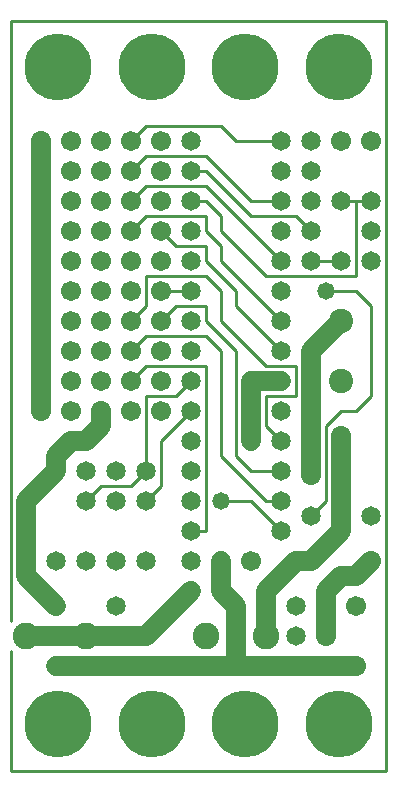
<source format=gbl>
%MOIN*%
%FSLAX25Y25*%
G04 D10 used for Character Trace; *
G04     Circle (OD=.01000) (No hole)*
G04 D11 used for Power Trace; *
G04     Circle (OD=.06700) (No hole)*
G04 D12 used for Signal Trace; *
G04     Circle (OD=.01100) (No hole)*
G04 D13 used for Via; *
G04     Circle (OD=.05800) (Round. Hole ID=.02800)*
G04 D14 used for Component hole; *
G04     Circle (OD=.06500) (Round. Hole ID=.03500)*
G04 D15 used for Component hole; *
G04     Circle (OD=.06700) (Round. Hole ID=.04300)*
G04 D16 used for Component hole; *
G04     Circle (OD=.08100) (Round. Hole ID=.05100)*
G04 D17 used for Component hole; *
G04     Circle (OD=.08900) (Round. Hole ID=.05900)*
G04 D18 used for Component hole; *
G04     Circle (OD=.11300) (Round. Hole ID=.08300)*
G04 D19 used for Component hole; *
G04     Circle (OD=.16000) (Round. Hole ID=.13000)*
G04 D20 used for Component hole; *
G04     Circle (OD=.18300) (Round. Hole ID=.15300)*
G04 D21 used for Component hole; *
G04     Circle (OD=.22291) (Round. Hole ID=.19291)*
%ADD10C,.01000*%
%ADD11C,.06700*%
%ADD12C,.01100*%
%ADD13C,.05800*%
%ADD14C,.06500*%
%ADD15C,.06700*%
%ADD16C,.08100*%
%ADD17C,.08900*%
%ADD18C,.11300*%
%ADD19C,.16000*%
%ADD20C,.18300*%
%ADD21C,.22291*%
%IPPOS*%
%LPD*%
G90*X0Y0D02*D21*X15625Y15625D03*D14*              
X35000Y35000D03*D11*X15000D01*D13*D03*D17*        
X25000Y45000D03*D11*X5000D01*D17*D03*D12*         
X0Y50000D02*Y250000D01*X125000D01*Y0D01*X0D01*    
Y40000D01*D13*X15000Y55000D03*D11*X5000Y65000D01* 
Y90000D01*X15000Y100000D01*D14*D03*D11*Y105000D01*
X20000Y110000D01*X25000D01*X30000Y115000D01*      
Y120000D01*D15*D03*X40000Y130000D03*D12*          
X45000Y135000D01*X65000D01*Y80000D01*X60000D01*   
D14*D03*X70000Y70000D03*D11*Y60000D01*            
X75000Y55000D01*Y35000D01*X35000D01*              
X25000Y45000D02*X45000D01*D14*X35000Y55000D03*D11*
X45000Y45000D02*X60000Y60000D01*D13*D03*D14*      
Y70000D03*X45000D03*D17*X65000Y45000D03*D15*      
X80000Y70000D03*D17*X85000Y45000D03*D11*Y60000D01*
X95000Y70000D01*X100000D01*X110000Y80000D01*      
Y98500D01*D15*D03*D11*Y111500D01*D15*D03*D12*     
X105000Y90000D02*Y115000D01*X100000Y85000D02*     
X105000Y90000D01*D14*X100000Y85000D03*            
X90000Y90000D03*D12*X85000D01*X70000Y105000D01*   
Y140000D01*X65000Y145000D01*X45000D01*            
X40000Y140000D01*D15*D03*X50000Y130000D03*        
Y150000D03*D12*X55000Y155000D01*X65000D01*        
Y150000D01*X75000Y140000D01*Y105000D01*           
X80000Y100000D01*X90000D01*D14*D03*D15*           
X100000Y111500D03*D11*Y98550D01*D15*D03*D14*      
X90000Y110000D03*D12*X85000Y115000D01*Y125000D01* 
X95000D01*Y135000D01*X85000D01*X70000Y150000D01*  
Y160000D01*X65000Y165000D01*X45000D01*Y155000D01* 
X40000Y150000D01*D15*D03*X50000Y140000D03*        
Y160000D03*D12*X60000D01*D14*D03*D12*             
X90000Y150000D02*X70000Y170000D01*D14*            
X90000Y150000D03*D11*X100000Y111500D02*Y140000D01*
D12*X105000Y115000D02*X110000Y120000D01*          
X115000D01*X120000Y125000D01*Y155000D01*          
X115000Y160000D01*X105000D01*D13*D03*D14*         
X110000Y170000D03*D12*X100000D01*D14*D03*         
X90000Y180000D03*Y160000D03*X100000Y180000D03*D12*
X95000Y185000D01*X80000D01*X65000Y200000D01*      
X60000D01*D14*D03*D12*X90000Y170000D02*           
X65000Y195000D01*D14*X90000Y170000D03*D12*        
X85000Y165000D02*X115000D01*Y190000D01*X110000D01*
D14*D03*D12*X115000D02*X120000D01*D14*D03*        
Y180000D03*X100000Y210000D03*Y200000D03*D15*      
X120000Y210000D03*D14*X100000Y190000D03*          
X120000Y170000D03*D15*X110000Y210000D03*D14*      
X90000D03*D12*X75000D01*X70000Y215000D01*         
X45000D01*X40000Y210000D01*D15*D03*D12*Y200000D02*
X45000Y205000D01*D15*X40000Y200000D03*D12*        
Y190000D02*X45000Y195000D01*D15*X40000Y190000D03* 
D12*Y180000D02*X45000Y185000D01*D15*              
X40000Y180000D03*D12*X45000Y185000D02*X65000D01*  
Y180000D01*X70000Y175000D01*Y170000D01*X65000D02* 
Y175000D01*X75000Y160000D02*X65000Y170000D01*     
X75000Y155000D02*Y160000D01*X90000Y140000D02*     
X75000Y155000D01*D14*X90000Y140000D03*D11*        
X80000Y110000D02*Y130000D01*D13*Y110000D03*D14*   
X90000Y120000D03*X60000Y130000D03*D12*            
X55000Y125000D01*X45000D01*Y100000D01*D14*D03*D12*
X40000Y95000D01*X30000D01*X25000Y90000D01*D14*D03*
X35000Y100000D03*Y90000D03*X25000Y100000D03*      
X15000Y70000D03*X45000Y90000D03*D12*              
X50000Y95000D01*Y110000D01*X60000Y120000D01*D14*  
D03*D15*X50000D03*D14*X60000Y110000D03*Y140000D03*
D15*X40000Y120000D03*D14*X60000Y100000D03*D11*    
X80000Y130000D02*X90000D01*D14*D03*D11*           
X100000Y140000D02*X110000Y150000D01*D16*D03*      
Y130000D03*D12*X85000Y165000D02*X70000Y180000D01* 
Y185000D01*X65000Y190000D01*X60000D01*D14*D03*D12*
X45000Y195000D02*X65000D01*D15*X50000Y190000D03*  
Y200000D03*D12*X45000Y205000D02*X65000D01*        
X80000Y190000D01*X90000D01*D14*D03*Y200000D03*D12*
X55000Y175000D02*X65000D01*X55000D02*             
X50000Y180000D01*D15*D03*D14*X60000Y170000D03*D15*
X40000D03*D14*X60000Y180000D03*D15*               
X50000Y170000D03*X30000Y200000D03*Y160000D03*     
Y190000D03*X40000Y160000D03*X30000Y180000D03*     
Y170000D03*X20000Y210000D03*Y150000D03*Y200000D03*
X30000Y150000D03*D14*X60000Y210000D03*D15*        
X20000Y190000D03*X50000Y210000D03*                
X20000Y180000D03*Y170000D03*D14*X60000Y150000D03* 
D15*X30000Y210000D03*X20000Y160000D03*            
X10000Y140000D03*D11*Y130000D01*D15*D03*D11*      
Y120000D01*D15*D03*X20000Y130000D03*Y120000D03*   
X30000Y140000D03*X20000D03*D11*X10000D02*         
Y150000D01*D15*D03*D11*Y160000D01*D15*D03*D11*    
Y170000D01*D15*D03*D11*Y180000D01*D15*D03*D11*    
Y190000D01*D15*D03*D11*Y200000D01*D15*D03*D11*    
Y210000D01*D15*D03*D21*X15625Y234375D03*X46875D03*
X78125D03*D15*X30000Y130000D03*D21*               
X109375Y234375D03*D14*X60000Y90000D03*D13*        
X70000D03*D12*X80000D01*X90000Y80000D01*D14*D03*  
D11*X105000Y60000D02*X110000Y65000D01*            
X105000Y45000D02*Y60000D01*D15*Y45000D03*         
X115000Y35000D03*D11*X75000D01*D14*               
X95000Y55000D03*D21*X78125Y15625D03*D14*          
X95000Y45000D03*D21*X46875Y15625D03*X109375D03*   
D11*X110000Y65000D02*X115000D01*X120000Y70000D01* 
D15*D03*X115000Y55000D03*D14*X120000Y85000D03*    
X35000Y70000D03*X25000D03*D10*X7511Y77129D02*     
Y82871D01*X4163Y77129D02*Y82871D01*X7511Y80000D02*
X4163D01*M02*                                     

</source>
